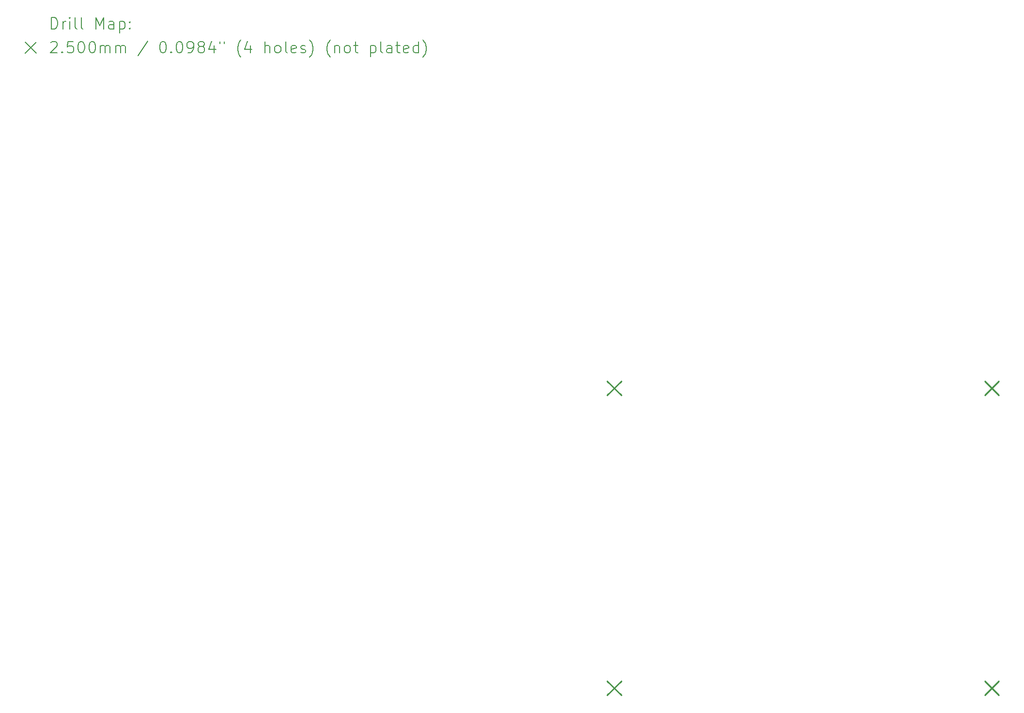
<source format=gbr>
%TF.GenerationSoftware,KiCad,Pcbnew,8.0.6*%
%TF.CreationDate,2025-05-08T15:44:04-04:00*%
%TF.ProjectId,5VConnectorBoard,3556436f-6e6e-4656-9374-6f72426f6172,rev?*%
%TF.SameCoordinates,Original*%
%TF.FileFunction,Drillmap*%
%TF.FilePolarity,Positive*%
%FSLAX45Y45*%
G04 Gerber Fmt 4.5, Leading zero omitted, Abs format (unit mm)*
G04 Created by KiCad (PCBNEW 8.0.6) date 2025-05-08 15:44:04*
%MOMM*%
%LPD*%
G01*
G04 APERTURE LIST*
%ADD10C,0.200000*%
%ADD11C,0.250000*%
G04 APERTURE END LIST*
D10*
D11*
X9975000Y-6475000D02*
X10225000Y-6725000D01*
X10225000Y-6475000D02*
X9975000Y-6725000D01*
X9975000Y-11725000D02*
X10225000Y-11975000D01*
X10225000Y-11725000D02*
X9975000Y-11975000D01*
X16575000Y-6475000D02*
X16825000Y-6725000D01*
X16825000Y-6475000D02*
X16575000Y-6725000D01*
X16575000Y-11725000D02*
X16825000Y-11975000D01*
X16825000Y-11725000D02*
X16575000Y-11975000D01*
D10*
X260777Y-311484D02*
X260777Y-111484D01*
X260777Y-111484D02*
X308396Y-111484D01*
X308396Y-111484D02*
X336967Y-121008D01*
X336967Y-121008D02*
X356015Y-140055D01*
X356015Y-140055D02*
X365539Y-159103D01*
X365539Y-159103D02*
X375062Y-197198D01*
X375062Y-197198D02*
X375062Y-225769D01*
X375062Y-225769D02*
X365539Y-263865D01*
X365539Y-263865D02*
X356015Y-282912D01*
X356015Y-282912D02*
X336967Y-301960D01*
X336967Y-301960D02*
X308396Y-311484D01*
X308396Y-311484D02*
X260777Y-311484D01*
X460777Y-311484D02*
X460777Y-178150D01*
X460777Y-216246D02*
X470301Y-197198D01*
X470301Y-197198D02*
X479824Y-187674D01*
X479824Y-187674D02*
X498872Y-178150D01*
X498872Y-178150D02*
X517920Y-178150D01*
X584586Y-311484D02*
X584586Y-178150D01*
X584586Y-111484D02*
X575063Y-121008D01*
X575063Y-121008D02*
X584586Y-130531D01*
X584586Y-130531D02*
X594110Y-121008D01*
X594110Y-121008D02*
X584586Y-111484D01*
X584586Y-111484D02*
X584586Y-130531D01*
X708396Y-311484D02*
X689348Y-301960D01*
X689348Y-301960D02*
X679824Y-282912D01*
X679824Y-282912D02*
X679824Y-111484D01*
X813158Y-311484D02*
X794110Y-301960D01*
X794110Y-301960D02*
X784586Y-282912D01*
X784586Y-282912D02*
X784586Y-111484D01*
X1041729Y-311484D02*
X1041729Y-111484D01*
X1041729Y-111484D02*
X1108396Y-254341D01*
X1108396Y-254341D02*
X1175063Y-111484D01*
X1175063Y-111484D02*
X1175063Y-311484D01*
X1356015Y-311484D02*
X1356015Y-206722D01*
X1356015Y-206722D02*
X1346491Y-187674D01*
X1346491Y-187674D02*
X1327444Y-178150D01*
X1327444Y-178150D02*
X1289348Y-178150D01*
X1289348Y-178150D02*
X1270301Y-187674D01*
X1356015Y-301960D02*
X1336967Y-311484D01*
X1336967Y-311484D02*
X1289348Y-311484D01*
X1289348Y-311484D02*
X1270301Y-301960D01*
X1270301Y-301960D02*
X1260777Y-282912D01*
X1260777Y-282912D02*
X1260777Y-263865D01*
X1260777Y-263865D02*
X1270301Y-244817D01*
X1270301Y-244817D02*
X1289348Y-235293D01*
X1289348Y-235293D02*
X1336967Y-235293D01*
X1336967Y-235293D02*
X1356015Y-225769D01*
X1451253Y-178150D02*
X1451253Y-378150D01*
X1451253Y-187674D02*
X1470301Y-178150D01*
X1470301Y-178150D02*
X1508396Y-178150D01*
X1508396Y-178150D02*
X1527443Y-187674D01*
X1527443Y-187674D02*
X1536967Y-197198D01*
X1536967Y-197198D02*
X1546491Y-216246D01*
X1546491Y-216246D02*
X1546491Y-273389D01*
X1546491Y-273389D02*
X1536967Y-292436D01*
X1536967Y-292436D02*
X1527443Y-301960D01*
X1527443Y-301960D02*
X1508396Y-311484D01*
X1508396Y-311484D02*
X1470301Y-311484D01*
X1470301Y-311484D02*
X1451253Y-301960D01*
X1632205Y-292436D02*
X1641729Y-301960D01*
X1641729Y-301960D02*
X1632205Y-311484D01*
X1632205Y-311484D02*
X1622682Y-301960D01*
X1622682Y-301960D02*
X1632205Y-292436D01*
X1632205Y-292436D02*
X1632205Y-311484D01*
X1632205Y-187674D02*
X1641729Y-197198D01*
X1641729Y-197198D02*
X1632205Y-206722D01*
X1632205Y-206722D02*
X1622682Y-197198D01*
X1622682Y-197198D02*
X1632205Y-187674D01*
X1632205Y-187674D02*
X1632205Y-206722D01*
X-200000Y-540000D02*
X0Y-740000D01*
X0Y-540000D02*
X-200000Y-740000D01*
X251253Y-550531D02*
X260777Y-541008D01*
X260777Y-541008D02*
X279824Y-531484D01*
X279824Y-531484D02*
X327444Y-531484D01*
X327444Y-531484D02*
X346491Y-541008D01*
X346491Y-541008D02*
X356015Y-550531D01*
X356015Y-550531D02*
X365539Y-569579D01*
X365539Y-569579D02*
X365539Y-588627D01*
X365539Y-588627D02*
X356015Y-617198D01*
X356015Y-617198D02*
X241729Y-731484D01*
X241729Y-731484D02*
X365539Y-731484D01*
X451253Y-712436D02*
X460777Y-721960D01*
X460777Y-721960D02*
X451253Y-731484D01*
X451253Y-731484D02*
X441729Y-721960D01*
X441729Y-721960D02*
X451253Y-712436D01*
X451253Y-712436D02*
X451253Y-731484D01*
X641729Y-531484D02*
X546491Y-531484D01*
X546491Y-531484D02*
X536967Y-626722D01*
X536967Y-626722D02*
X546491Y-617198D01*
X546491Y-617198D02*
X565539Y-607674D01*
X565539Y-607674D02*
X613158Y-607674D01*
X613158Y-607674D02*
X632205Y-617198D01*
X632205Y-617198D02*
X641729Y-626722D01*
X641729Y-626722D02*
X651253Y-645770D01*
X651253Y-645770D02*
X651253Y-693389D01*
X651253Y-693389D02*
X641729Y-712436D01*
X641729Y-712436D02*
X632205Y-721960D01*
X632205Y-721960D02*
X613158Y-731484D01*
X613158Y-731484D02*
X565539Y-731484D01*
X565539Y-731484D02*
X546491Y-721960D01*
X546491Y-721960D02*
X536967Y-712436D01*
X775062Y-531484D02*
X794110Y-531484D01*
X794110Y-531484D02*
X813158Y-541008D01*
X813158Y-541008D02*
X822682Y-550531D01*
X822682Y-550531D02*
X832205Y-569579D01*
X832205Y-569579D02*
X841729Y-607674D01*
X841729Y-607674D02*
X841729Y-655293D01*
X841729Y-655293D02*
X832205Y-693389D01*
X832205Y-693389D02*
X822682Y-712436D01*
X822682Y-712436D02*
X813158Y-721960D01*
X813158Y-721960D02*
X794110Y-731484D01*
X794110Y-731484D02*
X775062Y-731484D01*
X775062Y-731484D02*
X756015Y-721960D01*
X756015Y-721960D02*
X746491Y-712436D01*
X746491Y-712436D02*
X736967Y-693389D01*
X736967Y-693389D02*
X727443Y-655293D01*
X727443Y-655293D02*
X727443Y-607674D01*
X727443Y-607674D02*
X736967Y-569579D01*
X736967Y-569579D02*
X746491Y-550531D01*
X746491Y-550531D02*
X756015Y-541008D01*
X756015Y-541008D02*
X775062Y-531484D01*
X965539Y-531484D02*
X984586Y-531484D01*
X984586Y-531484D02*
X1003634Y-541008D01*
X1003634Y-541008D02*
X1013158Y-550531D01*
X1013158Y-550531D02*
X1022682Y-569579D01*
X1022682Y-569579D02*
X1032205Y-607674D01*
X1032205Y-607674D02*
X1032205Y-655293D01*
X1032205Y-655293D02*
X1022682Y-693389D01*
X1022682Y-693389D02*
X1013158Y-712436D01*
X1013158Y-712436D02*
X1003634Y-721960D01*
X1003634Y-721960D02*
X984586Y-731484D01*
X984586Y-731484D02*
X965539Y-731484D01*
X965539Y-731484D02*
X946491Y-721960D01*
X946491Y-721960D02*
X936967Y-712436D01*
X936967Y-712436D02*
X927443Y-693389D01*
X927443Y-693389D02*
X917920Y-655293D01*
X917920Y-655293D02*
X917920Y-607674D01*
X917920Y-607674D02*
X927443Y-569579D01*
X927443Y-569579D02*
X936967Y-550531D01*
X936967Y-550531D02*
X946491Y-541008D01*
X946491Y-541008D02*
X965539Y-531484D01*
X1117920Y-731484D02*
X1117920Y-598150D01*
X1117920Y-617198D02*
X1127444Y-607674D01*
X1127444Y-607674D02*
X1146491Y-598150D01*
X1146491Y-598150D02*
X1175063Y-598150D01*
X1175063Y-598150D02*
X1194110Y-607674D01*
X1194110Y-607674D02*
X1203634Y-626722D01*
X1203634Y-626722D02*
X1203634Y-731484D01*
X1203634Y-626722D02*
X1213158Y-607674D01*
X1213158Y-607674D02*
X1232205Y-598150D01*
X1232205Y-598150D02*
X1260777Y-598150D01*
X1260777Y-598150D02*
X1279825Y-607674D01*
X1279825Y-607674D02*
X1289348Y-626722D01*
X1289348Y-626722D02*
X1289348Y-731484D01*
X1384586Y-731484D02*
X1384586Y-598150D01*
X1384586Y-617198D02*
X1394110Y-607674D01*
X1394110Y-607674D02*
X1413158Y-598150D01*
X1413158Y-598150D02*
X1441729Y-598150D01*
X1441729Y-598150D02*
X1460777Y-607674D01*
X1460777Y-607674D02*
X1470301Y-626722D01*
X1470301Y-626722D02*
X1470301Y-731484D01*
X1470301Y-626722D02*
X1479824Y-607674D01*
X1479824Y-607674D02*
X1498872Y-598150D01*
X1498872Y-598150D02*
X1527443Y-598150D01*
X1527443Y-598150D02*
X1546491Y-607674D01*
X1546491Y-607674D02*
X1556015Y-626722D01*
X1556015Y-626722D02*
X1556015Y-731484D01*
X1946491Y-521960D02*
X1775063Y-779103D01*
X2203634Y-531484D02*
X2222682Y-531484D01*
X2222682Y-531484D02*
X2241729Y-541008D01*
X2241729Y-541008D02*
X2251253Y-550531D01*
X2251253Y-550531D02*
X2260777Y-569579D01*
X2260777Y-569579D02*
X2270301Y-607674D01*
X2270301Y-607674D02*
X2270301Y-655293D01*
X2270301Y-655293D02*
X2260777Y-693389D01*
X2260777Y-693389D02*
X2251253Y-712436D01*
X2251253Y-712436D02*
X2241729Y-721960D01*
X2241729Y-721960D02*
X2222682Y-731484D01*
X2222682Y-731484D02*
X2203634Y-731484D01*
X2203634Y-731484D02*
X2184587Y-721960D01*
X2184587Y-721960D02*
X2175063Y-712436D01*
X2175063Y-712436D02*
X2165539Y-693389D01*
X2165539Y-693389D02*
X2156015Y-655293D01*
X2156015Y-655293D02*
X2156015Y-607674D01*
X2156015Y-607674D02*
X2165539Y-569579D01*
X2165539Y-569579D02*
X2175063Y-550531D01*
X2175063Y-550531D02*
X2184587Y-541008D01*
X2184587Y-541008D02*
X2203634Y-531484D01*
X2356015Y-712436D02*
X2365539Y-721960D01*
X2365539Y-721960D02*
X2356015Y-731484D01*
X2356015Y-731484D02*
X2346491Y-721960D01*
X2346491Y-721960D02*
X2356015Y-712436D01*
X2356015Y-712436D02*
X2356015Y-731484D01*
X2489348Y-531484D02*
X2508396Y-531484D01*
X2508396Y-531484D02*
X2527444Y-541008D01*
X2527444Y-541008D02*
X2536968Y-550531D01*
X2536968Y-550531D02*
X2546491Y-569579D01*
X2546491Y-569579D02*
X2556015Y-607674D01*
X2556015Y-607674D02*
X2556015Y-655293D01*
X2556015Y-655293D02*
X2546491Y-693389D01*
X2546491Y-693389D02*
X2536968Y-712436D01*
X2536968Y-712436D02*
X2527444Y-721960D01*
X2527444Y-721960D02*
X2508396Y-731484D01*
X2508396Y-731484D02*
X2489348Y-731484D01*
X2489348Y-731484D02*
X2470301Y-721960D01*
X2470301Y-721960D02*
X2460777Y-712436D01*
X2460777Y-712436D02*
X2451253Y-693389D01*
X2451253Y-693389D02*
X2441729Y-655293D01*
X2441729Y-655293D02*
X2441729Y-607674D01*
X2441729Y-607674D02*
X2451253Y-569579D01*
X2451253Y-569579D02*
X2460777Y-550531D01*
X2460777Y-550531D02*
X2470301Y-541008D01*
X2470301Y-541008D02*
X2489348Y-531484D01*
X2651253Y-731484D02*
X2689348Y-731484D01*
X2689348Y-731484D02*
X2708396Y-721960D01*
X2708396Y-721960D02*
X2717920Y-712436D01*
X2717920Y-712436D02*
X2736968Y-683865D01*
X2736968Y-683865D02*
X2746491Y-645770D01*
X2746491Y-645770D02*
X2746491Y-569579D01*
X2746491Y-569579D02*
X2736968Y-550531D01*
X2736968Y-550531D02*
X2727444Y-541008D01*
X2727444Y-541008D02*
X2708396Y-531484D01*
X2708396Y-531484D02*
X2670301Y-531484D01*
X2670301Y-531484D02*
X2651253Y-541008D01*
X2651253Y-541008D02*
X2641729Y-550531D01*
X2641729Y-550531D02*
X2632206Y-569579D01*
X2632206Y-569579D02*
X2632206Y-617198D01*
X2632206Y-617198D02*
X2641729Y-636246D01*
X2641729Y-636246D02*
X2651253Y-645770D01*
X2651253Y-645770D02*
X2670301Y-655293D01*
X2670301Y-655293D02*
X2708396Y-655293D01*
X2708396Y-655293D02*
X2727444Y-645770D01*
X2727444Y-645770D02*
X2736968Y-636246D01*
X2736968Y-636246D02*
X2746491Y-617198D01*
X2860777Y-617198D02*
X2841729Y-607674D01*
X2841729Y-607674D02*
X2832206Y-598150D01*
X2832206Y-598150D02*
X2822682Y-579103D01*
X2822682Y-579103D02*
X2822682Y-569579D01*
X2822682Y-569579D02*
X2832206Y-550531D01*
X2832206Y-550531D02*
X2841729Y-541008D01*
X2841729Y-541008D02*
X2860777Y-531484D01*
X2860777Y-531484D02*
X2898872Y-531484D01*
X2898872Y-531484D02*
X2917920Y-541008D01*
X2917920Y-541008D02*
X2927444Y-550531D01*
X2927444Y-550531D02*
X2936967Y-569579D01*
X2936967Y-569579D02*
X2936967Y-579103D01*
X2936967Y-579103D02*
X2927444Y-598150D01*
X2927444Y-598150D02*
X2917920Y-607674D01*
X2917920Y-607674D02*
X2898872Y-617198D01*
X2898872Y-617198D02*
X2860777Y-617198D01*
X2860777Y-617198D02*
X2841729Y-626722D01*
X2841729Y-626722D02*
X2832206Y-636246D01*
X2832206Y-636246D02*
X2822682Y-655293D01*
X2822682Y-655293D02*
X2822682Y-693389D01*
X2822682Y-693389D02*
X2832206Y-712436D01*
X2832206Y-712436D02*
X2841729Y-721960D01*
X2841729Y-721960D02*
X2860777Y-731484D01*
X2860777Y-731484D02*
X2898872Y-731484D01*
X2898872Y-731484D02*
X2917920Y-721960D01*
X2917920Y-721960D02*
X2927444Y-712436D01*
X2927444Y-712436D02*
X2936967Y-693389D01*
X2936967Y-693389D02*
X2936967Y-655293D01*
X2936967Y-655293D02*
X2927444Y-636246D01*
X2927444Y-636246D02*
X2917920Y-626722D01*
X2917920Y-626722D02*
X2898872Y-617198D01*
X3108396Y-598150D02*
X3108396Y-731484D01*
X3060777Y-521960D02*
X3013158Y-664817D01*
X3013158Y-664817D02*
X3136967Y-664817D01*
X3203634Y-531484D02*
X3203634Y-569579D01*
X3279825Y-531484D02*
X3279825Y-569579D01*
X3575063Y-807674D02*
X3565539Y-798150D01*
X3565539Y-798150D02*
X3546491Y-769579D01*
X3546491Y-769579D02*
X3536968Y-750531D01*
X3536968Y-750531D02*
X3527444Y-721960D01*
X3527444Y-721960D02*
X3517920Y-674341D01*
X3517920Y-674341D02*
X3517920Y-636246D01*
X3517920Y-636246D02*
X3527444Y-588627D01*
X3527444Y-588627D02*
X3536968Y-560055D01*
X3536968Y-560055D02*
X3546491Y-541008D01*
X3546491Y-541008D02*
X3565539Y-512436D01*
X3565539Y-512436D02*
X3575063Y-502912D01*
X3736968Y-598150D02*
X3736968Y-731484D01*
X3689348Y-521960D02*
X3641729Y-664817D01*
X3641729Y-664817D02*
X3765539Y-664817D01*
X3994110Y-731484D02*
X3994110Y-531484D01*
X4079825Y-731484D02*
X4079825Y-626722D01*
X4079825Y-626722D02*
X4070301Y-607674D01*
X4070301Y-607674D02*
X4051253Y-598150D01*
X4051253Y-598150D02*
X4022682Y-598150D01*
X4022682Y-598150D02*
X4003634Y-607674D01*
X4003634Y-607674D02*
X3994110Y-617198D01*
X4203634Y-731484D02*
X4184587Y-721960D01*
X4184587Y-721960D02*
X4175063Y-712436D01*
X4175063Y-712436D02*
X4165539Y-693389D01*
X4165539Y-693389D02*
X4165539Y-636246D01*
X4165539Y-636246D02*
X4175063Y-617198D01*
X4175063Y-617198D02*
X4184587Y-607674D01*
X4184587Y-607674D02*
X4203634Y-598150D01*
X4203634Y-598150D02*
X4232206Y-598150D01*
X4232206Y-598150D02*
X4251253Y-607674D01*
X4251253Y-607674D02*
X4260777Y-617198D01*
X4260777Y-617198D02*
X4270301Y-636246D01*
X4270301Y-636246D02*
X4270301Y-693389D01*
X4270301Y-693389D02*
X4260777Y-712436D01*
X4260777Y-712436D02*
X4251253Y-721960D01*
X4251253Y-721960D02*
X4232206Y-731484D01*
X4232206Y-731484D02*
X4203634Y-731484D01*
X4384587Y-731484D02*
X4365539Y-721960D01*
X4365539Y-721960D02*
X4356015Y-702912D01*
X4356015Y-702912D02*
X4356015Y-531484D01*
X4536968Y-721960D02*
X4517920Y-731484D01*
X4517920Y-731484D02*
X4479825Y-731484D01*
X4479825Y-731484D02*
X4460777Y-721960D01*
X4460777Y-721960D02*
X4451253Y-702912D01*
X4451253Y-702912D02*
X4451253Y-626722D01*
X4451253Y-626722D02*
X4460777Y-607674D01*
X4460777Y-607674D02*
X4479825Y-598150D01*
X4479825Y-598150D02*
X4517920Y-598150D01*
X4517920Y-598150D02*
X4536968Y-607674D01*
X4536968Y-607674D02*
X4546492Y-626722D01*
X4546492Y-626722D02*
X4546492Y-645770D01*
X4546492Y-645770D02*
X4451253Y-664817D01*
X4622682Y-721960D02*
X4641730Y-731484D01*
X4641730Y-731484D02*
X4679825Y-731484D01*
X4679825Y-731484D02*
X4698873Y-721960D01*
X4698873Y-721960D02*
X4708396Y-702912D01*
X4708396Y-702912D02*
X4708396Y-693389D01*
X4708396Y-693389D02*
X4698873Y-674341D01*
X4698873Y-674341D02*
X4679825Y-664817D01*
X4679825Y-664817D02*
X4651253Y-664817D01*
X4651253Y-664817D02*
X4632206Y-655293D01*
X4632206Y-655293D02*
X4622682Y-636246D01*
X4622682Y-636246D02*
X4622682Y-626722D01*
X4622682Y-626722D02*
X4632206Y-607674D01*
X4632206Y-607674D02*
X4651253Y-598150D01*
X4651253Y-598150D02*
X4679825Y-598150D01*
X4679825Y-598150D02*
X4698873Y-607674D01*
X4775063Y-807674D02*
X4784587Y-798150D01*
X4784587Y-798150D02*
X4803634Y-769579D01*
X4803634Y-769579D02*
X4813158Y-750531D01*
X4813158Y-750531D02*
X4822682Y-721960D01*
X4822682Y-721960D02*
X4832206Y-674341D01*
X4832206Y-674341D02*
X4832206Y-636246D01*
X4832206Y-636246D02*
X4822682Y-588627D01*
X4822682Y-588627D02*
X4813158Y-560055D01*
X4813158Y-560055D02*
X4803634Y-541008D01*
X4803634Y-541008D02*
X4784587Y-512436D01*
X4784587Y-512436D02*
X4775063Y-502912D01*
X5136968Y-807674D02*
X5127444Y-798150D01*
X5127444Y-798150D02*
X5108396Y-769579D01*
X5108396Y-769579D02*
X5098873Y-750531D01*
X5098873Y-750531D02*
X5089349Y-721960D01*
X5089349Y-721960D02*
X5079825Y-674341D01*
X5079825Y-674341D02*
X5079825Y-636246D01*
X5079825Y-636246D02*
X5089349Y-588627D01*
X5089349Y-588627D02*
X5098873Y-560055D01*
X5098873Y-560055D02*
X5108396Y-541008D01*
X5108396Y-541008D02*
X5127444Y-512436D01*
X5127444Y-512436D02*
X5136968Y-502912D01*
X5213158Y-598150D02*
X5213158Y-731484D01*
X5213158Y-617198D02*
X5222682Y-607674D01*
X5222682Y-607674D02*
X5241730Y-598150D01*
X5241730Y-598150D02*
X5270301Y-598150D01*
X5270301Y-598150D02*
X5289349Y-607674D01*
X5289349Y-607674D02*
X5298873Y-626722D01*
X5298873Y-626722D02*
X5298873Y-731484D01*
X5422682Y-731484D02*
X5403634Y-721960D01*
X5403634Y-721960D02*
X5394111Y-712436D01*
X5394111Y-712436D02*
X5384587Y-693389D01*
X5384587Y-693389D02*
X5384587Y-636246D01*
X5384587Y-636246D02*
X5394111Y-617198D01*
X5394111Y-617198D02*
X5403634Y-607674D01*
X5403634Y-607674D02*
X5422682Y-598150D01*
X5422682Y-598150D02*
X5451254Y-598150D01*
X5451254Y-598150D02*
X5470301Y-607674D01*
X5470301Y-607674D02*
X5479825Y-617198D01*
X5479825Y-617198D02*
X5489349Y-636246D01*
X5489349Y-636246D02*
X5489349Y-693389D01*
X5489349Y-693389D02*
X5479825Y-712436D01*
X5479825Y-712436D02*
X5470301Y-721960D01*
X5470301Y-721960D02*
X5451254Y-731484D01*
X5451254Y-731484D02*
X5422682Y-731484D01*
X5546492Y-598150D02*
X5622682Y-598150D01*
X5575063Y-531484D02*
X5575063Y-702912D01*
X5575063Y-702912D02*
X5584587Y-721960D01*
X5584587Y-721960D02*
X5603634Y-731484D01*
X5603634Y-731484D02*
X5622682Y-731484D01*
X5841730Y-598150D02*
X5841730Y-798150D01*
X5841730Y-607674D02*
X5860777Y-598150D01*
X5860777Y-598150D02*
X5898873Y-598150D01*
X5898873Y-598150D02*
X5917920Y-607674D01*
X5917920Y-607674D02*
X5927444Y-617198D01*
X5927444Y-617198D02*
X5936968Y-636246D01*
X5936968Y-636246D02*
X5936968Y-693389D01*
X5936968Y-693389D02*
X5927444Y-712436D01*
X5927444Y-712436D02*
X5917920Y-721960D01*
X5917920Y-721960D02*
X5898873Y-731484D01*
X5898873Y-731484D02*
X5860777Y-731484D01*
X5860777Y-731484D02*
X5841730Y-721960D01*
X6051253Y-731484D02*
X6032206Y-721960D01*
X6032206Y-721960D02*
X6022682Y-702912D01*
X6022682Y-702912D02*
X6022682Y-531484D01*
X6213158Y-731484D02*
X6213158Y-626722D01*
X6213158Y-626722D02*
X6203634Y-607674D01*
X6203634Y-607674D02*
X6184587Y-598150D01*
X6184587Y-598150D02*
X6146492Y-598150D01*
X6146492Y-598150D02*
X6127444Y-607674D01*
X6213158Y-721960D02*
X6194111Y-731484D01*
X6194111Y-731484D02*
X6146492Y-731484D01*
X6146492Y-731484D02*
X6127444Y-721960D01*
X6127444Y-721960D02*
X6117920Y-702912D01*
X6117920Y-702912D02*
X6117920Y-683865D01*
X6117920Y-683865D02*
X6127444Y-664817D01*
X6127444Y-664817D02*
X6146492Y-655293D01*
X6146492Y-655293D02*
X6194111Y-655293D01*
X6194111Y-655293D02*
X6213158Y-645770D01*
X6279825Y-598150D02*
X6356015Y-598150D01*
X6308396Y-531484D02*
X6308396Y-702912D01*
X6308396Y-702912D02*
X6317920Y-721960D01*
X6317920Y-721960D02*
X6336968Y-731484D01*
X6336968Y-731484D02*
X6356015Y-731484D01*
X6498873Y-721960D02*
X6479825Y-731484D01*
X6479825Y-731484D02*
X6441730Y-731484D01*
X6441730Y-731484D02*
X6422682Y-721960D01*
X6422682Y-721960D02*
X6413158Y-702912D01*
X6413158Y-702912D02*
X6413158Y-626722D01*
X6413158Y-626722D02*
X6422682Y-607674D01*
X6422682Y-607674D02*
X6441730Y-598150D01*
X6441730Y-598150D02*
X6479825Y-598150D01*
X6479825Y-598150D02*
X6498873Y-607674D01*
X6498873Y-607674D02*
X6508396Y-626722D01*
X6508396Y-626722D02*
X6508396Y-645770D01*
X6508396Y-645770D02*
X6413158Y-664817D01*
X6679825Y-731484D02*
X6679825Y-531484D01*
X6679825Y-721960D02*
X6660777Y-731484D01*
X6660777Y-731484D02*
X6622682Y-731484D01*
X6622682Y-731484D02*
X6603634Y-721960D01*
X6603634Y-721960D02*
X6594111Y-712436D01*
X6594111Y-712436D02*
X6584587Y-693389D01*
X6584587Y-693389D02*
X6584587Y-636246D01*
X6584587Y-636246D02*
X6594111Y-617198D01*
X6594111Y-617198D02*
X6603634Y-607674D01*
X6603634Y-607674D02*
X6622682Y-598150D01*
X6622682Y-598150D02*
X6660777Y-598150D01*
X6660777Y-598150D02*
X6679825Y-607674D01*
X6756015Y-807674D02*
X6765539Y-798150D01*
X6765539Y-798150D02*
X6784587Y-769579D01*
X6784587Y-769579D02*
X6794111Y-750531D01*
X6794111Y-750531D02*
X6803634Y-721960D01*
X6803634Y-721960D02*
X6813158Y-674341D01*
X6813158Y-674341D02*
X6813158Y-636246D01*
X6813158Y-636246D02*
X6803634Y-588627D01*
X6803634Y-588627D02*
X6794111Y-560055D01*
X6794111Y-560055D02*
X6784587Y-541008D01*
X6784587Y-541008D02*
X6765539Y-512436D01*
X6765539Y-512436D02*
X6756015Y-502912D01*
M02*

</source>
